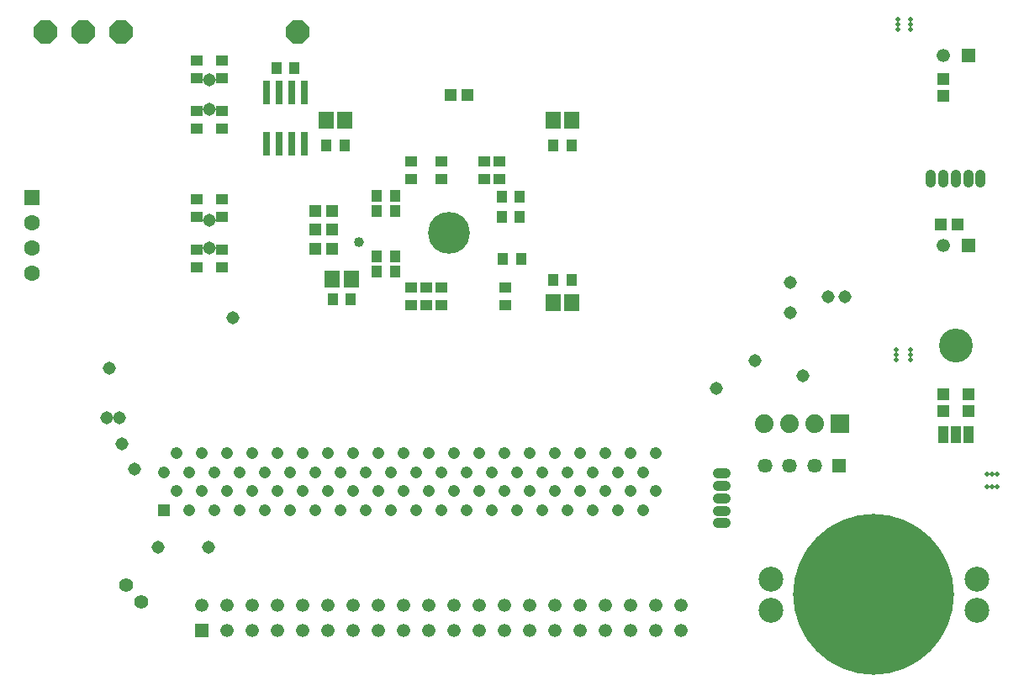
<source format=gbs>
G75*
%MOIN*%
%OFA0B0*%
%FSLAX25Y25*%
%IPPOS*%
%LPD*%
%AMOC8*
5,1,8,0,0,1.08239X$1,22.5*
%
%ADD10C,0.13398*%
%ADD11C,0.01981*%
%ADD12C,0.09855*%
%ADD13C,0.63780*%
%ADD14R,0.04737X0.04343*%
%ADD15R,0.04343X0.04737*%
%ADD16R,0.05918X0.06706*%
%ADD17C,0.16610*%
%ADD18R,0.03162X0.09461*%
%ADD19R,0.05131X0.04737*%
%ADD20R,0.05209X0.05209*%
%ADD21C,0.05209*%
%ADD22OC8,0.09300*%
%ADD23C,0.04756*%
%ADD24R,0.04756X0.04756*%
%ADD25R,0.06312X0.06312*%
%ADD26C,0.06312*%
%ADD27R,0.04000X0.07000*%
%ADD28R,0.04737X0.05131*%
%ADD29C,0.03969*%
%ADD30R,0.05761X0.05761*%
%ADD31C,0.05761*%
%ADD32R,0.07400X0.07400*%
%ADD33C,0.07400*%
%ADD34C,0.05156*%
%ADD35C,0.05550*%
%ADD36C,0.03975*%
D10*
X0380642Y0212575D03*
D11*
X0362657Y0210827D03*
X0362657Y0208827D03*
X0362657Y0206827D03*
X0357157Y0206827D03*
X0357157Y0208827D03*
X0357157Y0210827D03*
X0393157Y0161327D03*
X0395157Y0161327D03*
X0397157Y0161327D03*
X0397157Y0156327D03*
X0395157Y0156327D03*
X0393157Y0156327D03*
X0362657Y0337827D03*
X0362657Y0339827D03*
X0362657Y0341827D03*
X0357657Y0341827D03*
X0357657Y0339827D03*
X0357657Y0337827D03*
D12*
X0389102Y0119732D03*
X0389102Y0107528D03*
X0307213Y0107528D03*
X0307213Y0119732D03*
D13*
X0348157Y0113827D03*
D14*
X0202157Y0228283D03*
X0202157Y0235370D03*
X0176657Y0235370D03*
X0170657Y0235370D03*
X0164657Y0235370D03*
X0164657Y0228283D03*
X0170657Y0228283D03*
X0176657Y0228283D03*
X0176657Y0278283D03*
X0176657Y0285370D03*
X0164657Y0285370D03*
X0164657Y0278283D03*
X0193657Y0278283D03*
X0199657Y0278283D03*
X0199657Y0285370D03*
X0193657Y0285370D03*
X0089657Y0298283D03*
X0089657Y0305370D03*
X0079657Y0305370D03*
X0079657Y0298283D03*
X0079657Y0318283D03*
X0079657Y0325370D03*
X0089657Y0325370D03*
X0089657Y0318283D03*
X0089657Y0270370D03*
X0089657Y0263283D03*
X0079657Y0263283D03*
X0079657Y0270370D03*
X0079657Y0250370D03*
X0079657Y0243283D03*
X0089657Y0243283D03*
X0089657Y0250370D03*
D15*
X0133614Y0230827D03*
X0140701Y0230827D03*
X0151114Y0241827D03*
X0151114Y0247827D03*
X0158201Y0247827D03*
X0158201Y0241827D03*
X0158201Y0265827D03*
X0151114Y0265827D03*
X0151114Y0271827D03*
X0158201Y0271827D03*
X0138201Y0291827D03*
X0131114Y0291827D03*
X0118451Y0322327D03*
X0111364Y0322327D03*
X0200614Y0271327D03*
X0207701Y0271327D03*
X0207701Y0263327D03*
X0200614Y0263327D03*
X0201114Y0246827D03*
X0208201Y0246827D03*
X0221114Y0238327D03*
X0228201Y0238327D03*
X0228201Y0291827D03*
X0221114Y0291827D03*
D16*
X0220917Y0301827D03*
X0228398Y0301827D03*
X0228398Y0229327D03*
X0220917Y0229327D03*
X0140898Y0238827D03*
X0133417Y0238827D03*
X0130917Y0301827D03*
X0138398Y0301827D03*
D17*
X0179618Y0257102D03*
D18*
X0122407Y0292341D03*
X0117407Y0292341D03*
X0112407Y0292341D03*
X0107407Y0292341D03*
X0107407Y0312813D03*
X0112407Y0312813D03*
X0117407Y0312813D03*
X0122407Y0312813D03*
D19*
X0126561Y0265827D03*
X0133254Y0265827D03*
X0133254Y0258327D03*
X0126561Y0258327D03*
X0126561Y0250827D03*
X0133254Y0250827D03*
X0180311Y0311827D03*
X0187004Y0311827D03*
X0374811Y0260327D03*
X0381504Y0260327D03*
D20*
X0081508Y0099307D03*
X0385642Y0252181D03*
X0385642Y0327260D03*
D21*
X0375642Y0327260D03*
X0375642Y0252181D03*
X0271508Y0109307D03*
X0271508Y0099307D03*
X0261508Y0099307D03*
X0261508Y0109307D03*
X0251508Y0109307D03*
X0251508Y0099307D03*
X0241508Y0099307D03*
X0241508Y0109307D03*
X0231508Y0109307D03*
X0231508Y0099307D03*
X0221508Y0099307D03*
X0221508Y0109307D03*
X0211508Y0109307D03*
X0211508Y0099307D03*
X0201508Y0099307D03*
X0201508Y0109307D03*
X0191508Y0109307D03*
X0191508Y0099307D03*
X0181508Y0099307D03*
X0181508Y0109307D03*
X0171508Y0109307D03*
X0171508Y0099307D03*
X0161508Y0099307D03*
X0161508Y0109307D03*
X0151508Y0109307D03*
X0151508Y0099307D03*
X0141508Y0099307D03*
X0141508Y0109307D03*
X0131508Y0109307D03*
X0131508Y0099307D03*
X0121508Y0099307D03*
X0121508Y0109307D03*
X0111508Y0109307D03*
X0111508Y0099307D03*
X0101508Y0099307D03*
X0101508Y0109307D03*
X0091508Y0109307D03*
X0091508Y0099307D03*
X0081508Y0109307D03*
D22*
X0049657Y0336827D03*
X0034657Y0336827D03*
X0019657Y0336827D03*
X0119657Y0336827D03*
D23*
X0121606Y0169622D03*
X0116606Y0162122D03*
X0111606Y0154622D03*
X0106606Y0147122D03*
X0101606Y0154622D03*
X0096606Y0147122D03*
X0091606Y0154622D03*
X0086606Y0147122D03*
X0081606Y0154622D03*
X0076606Y0147122D03*
X0071606Y0154622D03*
X0066606Y0162122D03*
X0071606Y0169622D03*
X0076606Y0162122D03*
X0081606Y0169622D03*
X0086606Y0162122D03*
X0091606Y0169622D03*
X0096606Y0162122D03*
X0101606Y0169622D03*
X0106606Y0162122D03*
X0111606Y0169622D03*
X0126606Y0162122D03*
X0121606Y0154622D03*
X0116606Y0147122D03*
X0126606Y0147122D03*
X0131606Y0154622D03*
X0136606Y0147122D03*
X0141606Y0154622D03*
X0136606Y0162122D03*
X0131606Y0169622D03*
X0141606Y0169622D03*
X0146606Y0162122D03*
X0151606Y0154622D03*
X0146606Y0147122D03*
X0156606Y0147122D03*
X0161606Y0154622D03*
X0156606Y0162122D03*
X0151606Y0169622D03*
X0161606Y0169622D03*
X0166606Y0162122D03*
X0171606Y0154622D03*
X0166606Y0147122D03*
X0176606Y0147122D03*
X0181606Y0154622D03*
X0176606Y0162122D03*
X0171606Y0169622D03*
X0181606Y0169622D03*
X0186606Y0162122D03*
X0191606Y0154622D03*
X0186606Y0147122D03*
X0196606Y0147122D03*
X0201606Y0154622D03*
X0196606Y0162122D03*
X0191606Y0169622D03*
X0201606Y0169622D03*
X0206606Y0162122D03*
X0211606Y0154622D03*
X0206606Y0147122D03*
X0216606Y0147122D03*
X0221606Y0154622D03*
X0216606Y0162122D03*
X0211606Y0169622D03*
X0221606Y0169622D03*
X0226606Y0162122D03*
X0231606Y0154622D03*
X0226606Y0147122D03*
X0236606Y0147122D03*
X0241606Y0154622D03*
X0236606Y0162122D03*
X0231606Y0169622D03*
X0241606Y0169622D03*
X0246606Y0162122D03*
X0251606Y0154622D03*
X0246606Y0147122D03*
X0256606Y0147122D03*
X0261606Y0154622D03*
X0256606Y0162122D03*
X0251606Y0169622D03*
X0261606Y0169622D03*
D24*
X0066606Y0147122D03*
D25*
X0014500Y0271118D03*
D26*
X0014500Y0261118D03*
X0014500Y0251118D03*
X0014500Y0241118D03*
D27*
X0375642Y0177102D03*
X0380642Y0177102D03*
X0385642Y0177102D03*
D28*
X0385657Y0186480D03*
X0385657Y0193173D03*
X0375657Y0193173D03*
X0375657Y0186480D03*
X0375657Y0311480D03*
X0375657Y0318173D03*
D29*
X0375720Y0280183D02*
X0375720Y0277014D01*
X0370799Y0277014D02*
X0370799Y0280183D01*
X0380642Y0280183D02*
X0380642Y0277014D01*
X0385563Y0277014D02*
X0385563Y0280183D01*
X0390484Y0280183D02*
X0390484Y0277014D01*
X0289470Y0161669D02*
X0286302Y0161669D01*
X0286302Y0156748D02*
X0289470Y0156748D01*
X0289470Y0151827D02*
X0286302Y0151827D01*
X0286302Y0146906D02*
X0289470Y0146906D01*
X0289470Y0141984D02*
X0286302Y0141984D01*
D30*
X0334421Y0164740D03*
D31*
X0324579Y0164740D03*
X0314736Y0164740D03*
X0304894Y0164740D03*
D32*
X0334657Y0181327D03*
D33*
X0324657Y0181327D03*
X0314657Y0181327D03*
X0304657Y0181327D03*
D34*
X0285657Y0195327D03*
X0301157Y0206327D03*
X0320157Y0200327D03*
X0315157Y0225327D03*
X0330157Y0231827D03*
X0336657Y0231827D03*
X0315157Y0237327D03*
X0348157Y0113827D03*
X0093909Y0223362D03*
X0084657Y0251236D03*
X0084657Y0262220D03*
X0084657Y0306039D03*
X0084657Y0317614D03*
X0045157Y0203327D03*
X0044157Y0183827D03*
X0049157Y0183827D03*
X0050157Y0173327D03*
X0055157Y0163327D03*
X0064445Y0132543D03*
X0084445Y0132543D03*
D35*
X0057657Y0110827D03*
X0051657Y0117327D03*
D36*
X0144157Y0253327D03*
M02*

</source>
